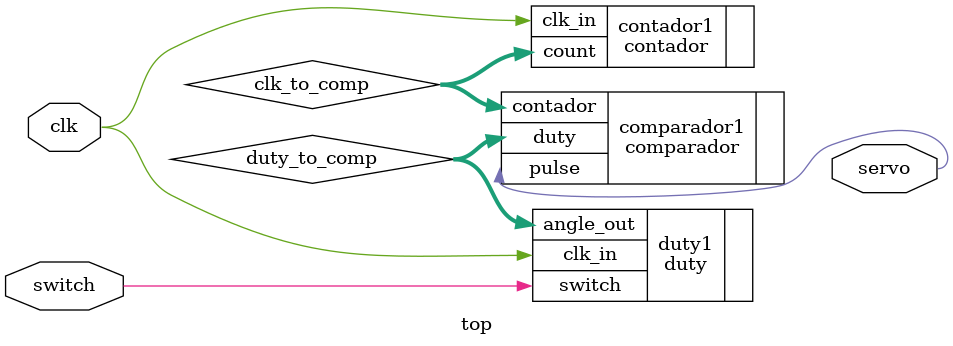
<source format=v>
module top(
	input clk,
	input switch,
	output servo
);

wire [19:0]clk_to_comp;
wire [19:0]duty_to_comp;

contador contador1(.clk_in(clk), .count(clk_to_comp));
duty duty1(.switch(switch), .clk_in(clk) , .angle_out(duty_to_comp));
comparador comparador1(.duty(duty_to_comp) , .contador(clk_to_comp),.pulse(servo));

endmodule 

</source>
